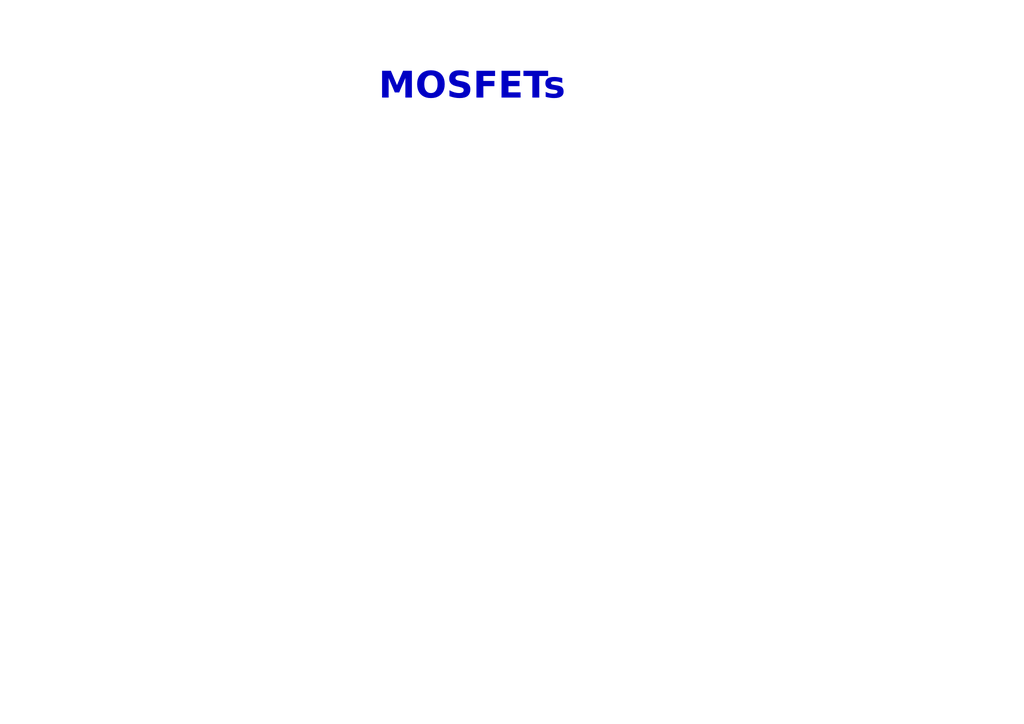
<source format=kicad_sch>
(kicad_sch
	(version 20231120)
	(generator "eeschema")
	(generator_version "8.0")
	(uuid "1223b08a-897e-4224-b264-93d2d1629299")
	(paper "A4")
	(title_block
		(title "MOSFETs")
		(date "2025-01-09")
		(rev "rev_1")
		(company "Alpha Amps")
		(comment 1 "Choaib ELMADI")
		(comment 2 "choaibamd@gmail.com")
		(comment 3 "choaib3elmadi@gmail.com")
		(comment 4 "+212 643 241 400")
	)
	(lib_symbols)
	(text "${TITLE}"
		(exclude_from_sim no)
		(at 136.906 22.86 0)
		(effects
			(font
				(face "Cascadia Mono NF")
				(size 7.62 7.62)
				(thickness 0.762)
				(bold yes)
			)
			(justify top)
		)
		(uuid "3c0f8a90-41ea-4825-a375-01e22b579f99")
	)
)

</source>
